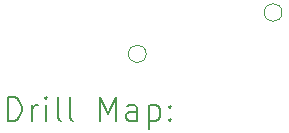
<source format=gbr>
%TF.GenerationSoftware,KiCad,Pcbnew,7.0.9*%
%TF.CreationDate,2024-01-09T17:45:54+00:00*%
%TF.ProjectId,watch_lower,77617463-685f-46c6-9f77-65722e6b6963,rev?*%
%TF.SameCoordinates,Original*%
%TF.FileFunction,Drillmap*%
%TF.FilePolarity,Positive*%
%FSLAX45Y45*%
G04 Gerber Fmt 4.5, Leading zero omitted, Abs format (unit mm)*
G04 Created by KiCad (PCBNEW 7.0.9) date 2024-01-09 17:45:54*
%MOMM*%
%LPD*%
G01*
G04 APERTURE LIST*
%ADD10C,0.100000*%
%ADD11C,0.200000*%
G04 APERTURE END LIST*
D10*
X10075000Y-7585000D02*
G75*
G03*
X10075000Y-7585000I-75000J0D01*
G01*
X11225000Y-7235000D02*
G75*
G03*
X11225000Y-7235000I-75000J0D01*
G01*
D11*
X8905777Y-8151484D02*
X8905777Y-7951484D01*
X8905777Y-7951484D02*
X8953396Y-7951484D01*
X8953396Y-7951484D02*
X8981968Y-7961008D01*
X8981968Y-7961008D02*
X9001016Y-7980055D01*
X9001016Y-7980055D02*
X9010539Y-7999103D01*
X9010539Y-7999103D02*
X9020063Y-8037198D01*
X9020063Y-8037198D02*
X9020063Y-8065769D01*
X9020063Y-8065769D02*
X9010539Y-8103865D01*
X9010539Y-8103865D02*
X9001016Y-8122912D01*
X9001016Y-8122912D02*
X8981968Y-8141960D01*
X8981968Y-8141960D02*
X8953396Y-8151484D01*
X8953396Y-8151484D02*
X8905777Y-8151484D01*
X9105777Y-8151484D02*
X9105777Y-8018150D01*
X9105777Y-8056246D02*
X9115301Y-8037198D01*
X9115301Y-8037198D02*
X9124825Y-8027674D01*
X9124825Y-8027674D02*
X9143873Y-8018150D01*
X9143873Y-8018150D02*
X9162920Y-8018150D01*
X9229587Y-8151484D02*
X9229587Y-8018150D01*
X9229587Y-7951484D02*
X9220063Y-7961008D01*
X9220063Y-7961008D02*
X9229587Y-7970531D01*
X9229587Y-7970531D02*
X9239111Y-7961008D01*
X9239111Y-7961008D02*
X9229587Y-7951484D01*
X9229587Y-7951484D02*
X9229587Y-7970531D01*
X9353396Y-8151484D02*
X9334349Y-8141960D01*
X9334349Y-8141960D02*
X9324825Y-8122912D01*
X9324825Y-8122912D02*
X9324825Y-7951484D01*
X9458158Y-8151484D02*
X9439111Y-8141960D01*
X9439111Y-8141960D02*
X9429587Y-8122912D01*
X9429587Y-8122912D02*
X9429587Y-7951484D01*
X9686730Y-8151484D02*
X9686730Y-7951484D01*
X9686730Y-7951484D02*
X9753397Y-8094341D01*
X9753397Y-8094341D02*
X9820063Y-7951484D01*
X9820063Y-7951484D02*
X9820063Y-8151484D01*
X10001016Y-8151484D02*
X10001016Y-8046722D01*
X10001016Y-8046722D02*
X9991492Y-8027674D01*
X9991492Y-8027674D02*
X9972444Y-8018150D01*
X9972444Y-8018150D02*
X9934349Y-8018150D01*
X9934349Y-8018150D02*
X9915301Y-8027674D01*
X10001016Y-8141960D02*
X9981968Y-8151484D01*
X9981968Y-8151484D02*
X9934349Y-8151484D01*
X9934349Y-8151484D02*
X9915301Y-8141960D01*
X9915301Y-8141960D02*
X9905777Y-8122912D01*
X9905777Y-8122912D02*
X9905777Y-8103865D01*
X9905777Y-8103865D02*
X9915301Y-8084817D01*
X9915301Y-8084817D02*
X9934349Y-8075293D01*
X9934349Y-8075293D02*
X9981968Y-8075293D01*
X9981968Y-8075293D02*
X10001016Y-8065769D01*
X10096254Y-8018150D02*
X10096254Y-8218150D01*
X10096254Y-8027674D02*
X10115301Y-8018150D01*
X10115301Y-8018150D02*
X10153397Y-8018150D01*
X10153397Y-8018150D02*
X10172444Y-8027674D01*
X10172444Y-8027674D02*
X10181968Y-8037198D01*
X10181968Y-8037198D02*
X10191492Y-8056246D01*
X10191492Y-8056246D02*
X10191492Y-8113388D01*
X10191492Y-8113388D02*
X10181968Y-8132436D01*
X10181968Y-8132436D02*
X10172444Y-8141960D01*
X10172444Y-8141960D02*
X10153397Y-8151484D01*
X10153397Y-8151484D02*
X10115301Y-8151484D01*
X10115301Y-8151484D02*
X10096254Y-8141960D01*
X10277206Y-8132436D02*
X10286730Y-8141960D01*
X10286730Y-8141960D02*
X10277206Y-8151484D01*
X10277206Y-8151484D02*
X10267682Y-8141960D01*
X10267682Y-8141960D02*
X10277206Y-8132436D01*
X10277206Y-8132436D02*
X10277206Y-8151484D01*
X10277206Y-8027674D02*
X10286730Y-8037198D01*
X10286730Y-8037198D02*
X10277206Y-8046722D01*
X10277206Y-8046722D02*
X10267682Y-8037198D01*
X10267682Y-8037198D02*
X10277206Y-8027674D01*
X10277206Y-8027674D02*
X10277206Y-8046722D01*
M02*

</source>
